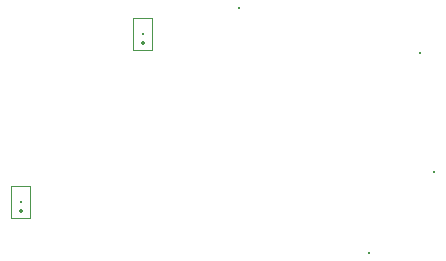
<source format=gbr>
%TF.GenerationSoftware,KiCad,Pcbnew,(6.0.8)*%
%TF.CreationDate,2023-02-21T13:27:12+03:00*%
%TF.ProjectId,ESP32-DEVKIT-L,45535033-322d-4444-9556-4b49542d4c2e,1*%
%TF.SameCoordinates,PX4260300PY8558f68*%
%TF.FileFunction,Component,L2,Bot*%
%TF.FilePolarity,Positive*%
%FSLAX46Y46*%
G04 Gerber Fmt 4.6, Leading zero omitted, Abs format (unit mm)*
G04 Created by KiCad (PCBNEW (6.0.8)) date 2023-02-21 13:27:12*
%MOMM*%
%LPD*%
G01*
G04 APERTURE LIST*
%TA.AperFunction,ComponentMain*%
%ADD10C,0.300000*%
%TD*%
%TA.AperFunction,ComponentOutline,Footprint*%
%ADD11C,0.100000*%
%TD*%
%TA.AperFunction,ComponentPin*%
%ADD12P,0.360000X4X0.000000*%
%TD*%
%TA.AperFunction,ComponentPin*%
%ADD13C,0.000000*%
%TD*%
G04 APERTURE END LIST*
D10*
%TO.C,"Sign-Antistatic"*%
%TO.CFtp,"LOGO_ANTISTATIC_1"*%
%TO.CVal,"Val\u002A\u002A"*%
%TO.CLbN,"OLIMEX_LOGOs-FP"*%
%TO.CMnt,TH*%
%TO.CRot,0*%
X71092000Y41885500D03*
%TD*%
%TO.C,"Sign_Pb-Free"*%
%TO.CFtp,"LOGO_PBFREE"*%
%TO.CVal,""*%
%TO.CLbN,"OLIMEX_LOGOs-FP"*%
%TO.CMnt,TH*%
%TO.CRot,180*%
X54623200Y55714960D03*
%TD*%
%TO.C,"Sign-RecyclBin"*%
%TO.CFtp,"LOGO_RECYCLEBIN_1"*%
%TO.CVal,""*%
%TO.CLbN,"OLIMEX_LOGOs-FP"*%
%TO.CMnt,TH*%
%TO.CRot,0*%
X69910000Y51927000D03*
%TD*%
%TO.C,"Sign_RoHS"*%
%TO.CFtp,"LOGO_ROHS_1"*%
%TO.CVal,"Val\u002A\u002A"*%
%TO.CLbN,"OLIMEX_LOGOs-FP"*%
%TO.CMnt,TH*%
%TO.CRot,0*%
X65660000Y34986500D03*
%TD*%
%TO.C,"RESET"*%
%TO.CFtp,"SJ"*%
%TO.CVal,"Opened"*%
%TO.CLbN,"OLIMEX_Jumpers-FP"*%
%TO.CMnt,SMD*%
%TO.CRot,-90*%
X36135488Y39301500D03*
D11*
X36935588Y37955300D02*
X35335388Y37955300D01*
X35335388Y40647700D01*
X36935588Y40647700D01*
X36935588Y37955300D01*
D12*
%TO.P,"RESET","1"*%
X36135488Y38539500D03*
X36135488Y38539500D03*
D13*
%TO.P,"RESET","2"*%
X36135488Y40063500D03*
%TD*%
D10*
%TO.C,"LED"*%
%TO.CFtp,"SJ"*%
%TO.CVal,"Closed"*%
%TO.CLbN,"OLIMEX_Jumpers-FP"*%
%TO.CMnt,SMD*%
%TO.CRot,-90*%
X46475000Y53525000D03*
D11*
X47275100Y52178800D02*
X45674900Y52178800D01*
X45674900Y54871200D01*
X47275100Y54871200D01*
X47275100Y52178800D01*
D12*
%TO.P,"LED","1"*%
X46475000Y52763000D03*
X46475000Y52763000D03*
D13*
%TO.P,"LED","2"*%
X46475000Y54287000D03*
%TD*%
M02*

</source>
